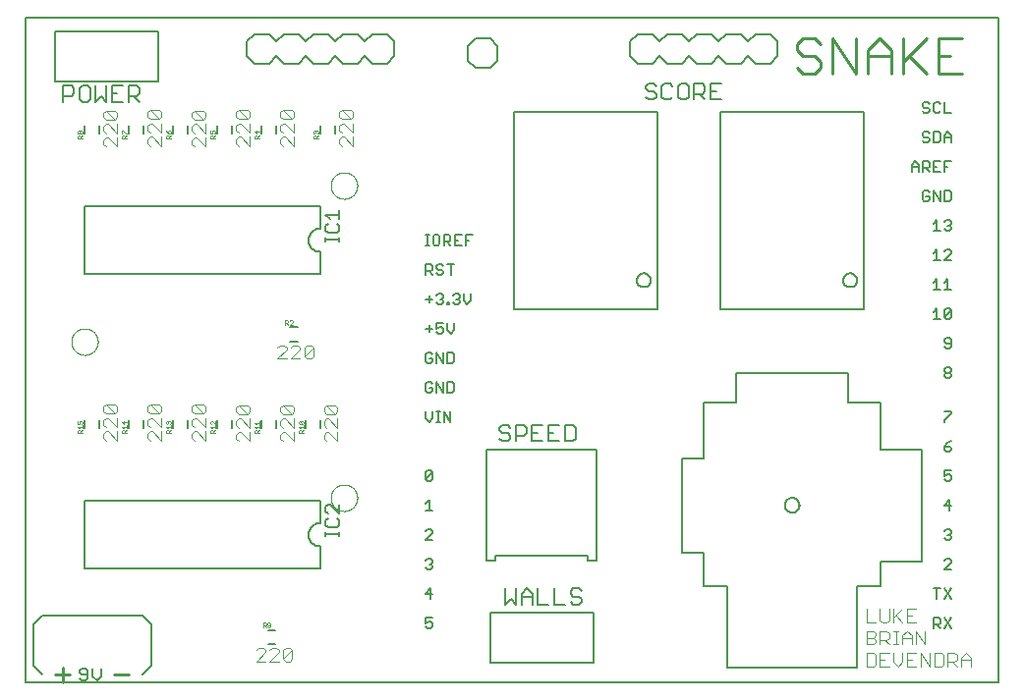
<source format=gto>
G75*
%MOIN*%
%OFA0B0*%
%FSLAX25Y25*%
%IPPOS*%
%LPD*%
%AMOC8*
5,1,8,0,0,1.08239X$1,22.5*
%
%ADD10C,0.00800*%
%ADD11C,0.00500*%
%ADD12C,0.00400*%
%ADD13C,0.01000*%
%ADD14C,0.00000*%
%ADD15C,0.00600*%
%ADD16C,0.00100*%
D10*
X0001500Y0002800D02*
X0001500Y0228300D01*
X0331500Y0228300D01*
X0331500Y0002800D01*
X0001500Y0002800D01*
X0019692Y0003901D02*
X0020393Y0003200D01*
X0021794Y0003200D01*
X0022495Y0003901D01*
X0022495Y0006703D01*
X0021794Y0007404D01*
X0020393Y0007404D01*
X0019692Y0006703D01*
X0019692Y0006002D01*
X0020393Y0005302D01*
X0022495Y0005302D01*
X0024296Y0004601D02*
X0024296Y0007404D01*
X0027098Y0007404D02*
X0027098Y0004601D01*
X0025697Y0003200D01*
X0024296Y0004601D01*
X0157740Y0044040D02*
X0157740Y0081560D01*
X0195260Y0081560D01*
X0195260Y0044040D01*
X0192248Y0044040D01*
X0192248Y0045615D01*
X0160752Y0045615D01*
X0160752Y0044040D01*
X0157740Y0044040D01*
X0159000Y0026300D02*
X0159000Y0009300D01*
X0194000Y0009300D01*
X0194000Y0026300D01*
X0159000Y0026300D01*
X0224000Y0046800D02*
X0231500Y0046800D01*
X0231500Y0035300D01*
X0239500Y0035300D01*
X0239500Y0007800D01*
X0283500Y0007800D01*
X0283500Y0035300D01*
X0291500Y0035300D01*
X0291500Y0043800D01*
X0305500Y0043800D01*
X0305500Y0081800D01*
X0291500Y0081800D01*
X0291500Y0097800D01*
X0280500Y0097800D01*
X0280500Y0107800D01*
X0242500Y0107800D01*
X0242500Y0097800D01*
X0231500Y0097800D01*
X0231500Y0078800D01*
X0224000Y0078800D01*
X0224000Y0046800D01*
X0259000Y0062800D02*
X0259002Y0062899D01*
X0259008Y0062999D01*
X0259018Y0063098D01*
X0259032Y0063196D01*
X0259049Y0063294D01*
X0259071Y0063391D01*
X0259096Y0063487D01*
X0259125Y0063582D01*
X0259158Y0063676D01*
X0259195Y0063768D01*
X0259235Y0063859D01*
X0259279Y0063948D01*
X0259327Y0064036D01*
X0259378Y0064121D01*
X0259432Y0064204D01*
X0259489Y0064286D01*
X0259550Y0064364D01*
X0259614Y0064441D01*
X0259680Y0064514D01*
X0259750Y0064585D01*
X0259822Y0064653D01*
X0259897Y0064719D01*
X0259975Y0064781D01*
X0260055Y0064840D01*
X0260137Y0064896D01*
X0260221Y0064948D01*
X0260308Y0064997D01*
X0260396Y0065043D01*
X0260486Y0065085D01*
X0260578Y0065124D01*
X0260671Y0065159D01*
X0260765Y0065190D01*
X0260861Y0065217D01*
X0260958Y0065240D01*
X0261055Y0065260D01*
X0261153Y0065276D01*
X0261252Y0065288D01*
X0261351Y0065296D01*
X0261450Y0065300D01*
X0261550Y0065300D01*
X0261649Y0065296D01*
X0261748Y0065288D01*
X0261847Y0065276D01*
X0261945Y0065260D01*
X0262042Y0065240D01*
X0262139Y0065217D01*
X0262235Y0065190D01*
X0262329Y0065159D01*
X0262422Y0065124D01*
X0262514Y0065085D01*
X0262604Y0065043D01*
X0262692Y0064997D01*
X0262779Y0064948D01*
X0262863Y0064896D01*
X0262945Y0064840D01*
X0263025Y0064781D01*
X0263103Y0064719D01*
X0263178Y0064653D01*
X0263250Y0064585D01*
X0263320Y0064514D01*
X0263386Y0064441D01*
X0263450Y0064364D01*
X0263511Y0064286D01*
X0263568Y0064204D01*
X0263622Y0064121D01*
X0263673Y0064036D01*
X0263721Y0063948D01*
X0263765Y0063859D01*
X0263805Y0063768D01*
X0263842Y0063676D01*
X0263875Y0063582D01*
X0263904Y0063487D01*
X0263929Y0063391D01*
X0263951Y0063294D01*
X0263968Y0063196D01*
X0263982Y0063098D01*
X0263992Y0062999D01*
X0263998Y0062899D01*
X0264000Y0062800D01*
X0263998Y0062701D01*
X0263992Y0062601D01*
X0263982Y0062502D01*
X0263968Y0062404D01*
X0263951Y0062306D01*
X0263929Y0062209D01*
X0263904Y0062113D01*
X0263875Y0062018D01*
X0263842Y0061924D01*
X0263805Y0061832D01*
X0263765Y0061741D01*
X0263721Y0061652D01*
X0263673Y0061564D01*
X0263622Y0061479D01*
X0263568Y0061396D01*
X0263511Y0061314D01*
X0263450Y0061236D01*
X0263386Y0061159D01*
X0263320Y0061086D01*
X0263250Y0061015D01*
X0263178Y0060947D01*
X0263103Y0060881D01*
X0263025Y0060819D01*
X0262945Y0060760D01*
X0262863Y0060704D01*
X0262779Y0060652D01*
X0262692Y0060603D01*
X0262604Y0060557D01*
X0262514Y0060515D01*
X0262422Y0060476D01*
X0262329Y0060441D01*
X0262235Y0060410D01*
X0262139Y0060383D01*
X0262042Y0060360D01*
X0261945Y0060340D01*
X0261847Y0060324D01*
X0261748Y0060312D01*
X0261649Y0060304D01*
X0261550Y0060300D01*
X0261450Y0060300D01*
X0261351Y0060304D01*
X0261252Y0060312D01*
X0261153Y0060324D01*
X0261055Y0060340D01*
X0260958Y0060360D01*
X0260861Y0060383D01*
X0260765Y0060410D01*
X0260671Y0060441D01*
X0260578Y0060476D01*
X0260486Y0060515D01*
X0260396Y0060557D01*
X0260308Y0060603D01*
X0260221Y0060652D01*
X0260137Y0060704D01*
X0260055Y0060760D01*
X0259975Y0060819D01*
X0259897Y0060881D01*
X0259822Y0060947D01*
X0259750Y0061015D01*
X0259680Y0061086D01*
X0259614Y0061159D01*
X0259550Y0061236D01*
X0259489Y0061314D01*
X0259432Y0061396D01*
X0259378Y0061479D01*
X0259327Y0061564D01*
X0259279Y0061652D01*
X0259235Y0061741D01*
X0259195Y0061832D01*
X0259158Y0061924D01*
X0259125Y0062018D01*
X0259096Y0062113D01*
X0259071Y0062209D01*
X0259049Y0062306D01*
X0259032Y0062404D01*
X0259018Y0062502D01*
X0259008Y0062601D01*
X0259002Y0062701D01*
X0259000Y0062800D01*
X0237091Y0129335D02*
X0285909Y0129335D01*
X0285909Y0196265D01*
X0237091Y0196265D01*
X0237091Y0129335D01*
X0215909Y0129335D02*
X0215909Y0196265D01*
X0167091Y0196265D01*
X0167091Y0129335D01*
X0215909Y0129335D01*
X0208823Y0139178D02*
X0208825Y0139275D01*
X0208831Y0139372D01*
X0208841Y0139468D01*
X0208855Y0139564D01*
X0208873Y0139660D01*
X0208894Y0139754D01*
X0208920Y0139848D01*
X0208949Y0139940D01*
X0208983Y0140031D01*
X0209019Y0140121D01*
X0209060Y0140209D01*
X0209104Y0140295D01*
X0209152Y0140380D01*
X0209203Y0140462D01*
X0209257Y0140543D01*
X0209315Y0140621D01*
X0209376Y0140696D01*
X0209439Y0140769D01*
X0209506Y0140840D01*
X0209576Y0140907D01*
X0209648Y0140972D01*
X0209723Y0141033D01*
X0209801Y0141092D01*
X0209880Y0141147D01*
X0209962Y0141199D01*
X0210046Y0141247D01*
X0210132Y0141292D01*
X0210220Y0141334D01*
X0210309Y0141372D01*
X0210400Y0141406D01*
X0210492Y0141436D01*
X0210585Y0141463D01*
X0210680Y0141485D01*
X0210775Y0141504D01*
X0210871Y0141519D01*
X0210967Y0141530D01*
X0211064Y0141537D01*
X0211161Y0141540D01*
X0211258Y0141539D01*
X0211355Y0141534D01*
X0211451Y0141525D01*
X0211547Y0141512D01*
X0211643Y0141495D01*
X0211738Y0141474D01*
X0211831Y0141450D01*
X0211924Y0141421D01*
X0212016Y0141389D01*
X0212106Y0141353D01*
X0212194Y0141314D01*
X0212281Y0141270D01*
X0212366Y0141224D01*
X0212449Y0141173D01*
X0212530Y0141120D01*
X0212608Y0141063D01*
X0212685Y0141003D01*
X0212758Y0140940D01*
X0212829Y0140874D01*
X0212897Y0140805D01*
X0212963Y0140733D01*
X0213025Y0140659D01*
X0213084Y0140582D01*
X0213140Y0140503D01*
X0213193Y0140421D01*
X0213243Y0140338D01*
X0213288Y0140252D01*
X0213331Y0140165D01*
X0213370Y0140076D01*
X0213405Y0139986D01*
X0213436Y0139894D01*
X0213463Y0139801D01*
X0213487Y0139707D01*
X0213507Y0139612D01*
X0213523Y0139516D01*
X0213535Y0139420D01*
X0213543Y0139323D01*
X0213547Y0139226D01*
X0213547Y0139130D01*
X0213543Y0139033D01*
X0213535Y0138936D01*
X0213523Y0138840D01*
X0213507Y0138744D01*
X0213487Y0138649D01*
X0213463Y0138555D01*
X0213436Y0138462D01*
X0213405Y0138370D01*
X0213370Y0138280D01*
X0213331Y0138191D01*
X0213288Y0138104D01*
X0213243Y0138018D01*
X0213193Y0137935D01*
X0213140Y0137853D01*
X0213084Y0137774D01*
X0213025Y0137697D01*
X0212963Y0137623D01*
X0212897Y0137551D01*
X0212829Y0137482D01*
X0212758Y0137416D01*
X0212685Y0137353D01*
X0212608Y0137293D01*
X0212530Y0137236D01*
X0212449Y0137183D01*
X0212366Y0137132D01*
X0212281Y0137086D01*
X0212194Y0137042D01*
X0212106Y0137003D01*
X0212016Y0136967D01*
X0211924Y0136935D01*
X0211831Y0136906D01*
X0211738Y0136882D01*
X0211643Y0136861D01*
X0211547Y0136844D01*
X0211451Y0136831D01*
X0211355Y0136822D01*
X0211258Y0136817D01*
X0211161Y0136816D01*
X0211064Y0136819D01*
X0210967Y0136826D01*
X0210871Y0136837D01*
X0210775Y0136852D01*
X0210680Y0136871D01*
X0210585Y0136893D01*
X0210492Y0136920D01*
X0210400Y0136950D01*
X0210309Y0136984D01*
X0210220Y0137022D01*
X0210132Y0137064D01*
X0210046Y0137109D01*
X0209962Y0137157D01*
X0209880Y0137209D01*
X0209801Y0137264D01*
X0209723Y0137323D01*
X0209648Y0137384D01*
X0209576Y0137449D01*
X0209506Y0137516D01*
X0209439Y0137587D01*
X0209376Y0137660D01*
X0209315Y0137735D01*
X0209257Y0137813D01*
X0209203Y0137894D01*
X0209152Y0137976D01*
X0209104Y0138061D01*
X0209060Y0138147D01*
X0209019Y0138235D01*
X0208983Y0138325D01*
X0208949Y0138416D01*
X0208920Y0138508D01*
X0208894Y0138602D01*
X0208873Y0138696D01*
X0208855Y0138792D01*
X0208841Y0138888D01*
X0208831Y0138984D01*
X0208825Y0139081D01*
X0208823Y0139178D01*
X0278823Y0139178D02*
X0278825Y0139275D01*
X0278831Y0139372D01*
X0278841Y0139468D01*
X0278855Y0139564D01*
X0278873Y0139660D01*
X0278894Y0139754D01*
X0278920Y0139848D01*
X0278949Y0139940D01*
X0278983Y0140031D01*
X0279019Y0140121D01*
X0279060Y0140209D01*
X0279104Y0140295D01*
X0279152Y0140380D01*
X0279203Y0140462D01*
X0279257Y0140543D01*
X0279315Y0140621D01*
X0279376Y0140696D01*
X0279439Y0140769D01*
X0279506Y0140840D01*
X0279576Y0140907D01*
X0279648Y0140972D01*
X0279723Y0141033D01*
X0279801Y0141092D01*
X0279880Y0141147D01*
X0279962Y0141199D01*
X0280046Y0141247D01*
X0280132Y0141292D01*
X0280220Y0141334D01*
X0280309Y0141372D01*
X0280400Y0141406D01*
X0280492Y0141436D01*
X0280585Y0141463D01*
X0280680Y0141485D01*
X0280775Y0141504D01*
X0280871Y0141519D01*
X0280967Y0141530D01*
X0281064Y0141537D01*
X0281161Y0141540D01*
X0281258Y0141539D01*
X0281355Y0141534D01*
X0281451Y0141525D01*
X0281547Y0141512D01*
X0281643Y0141495D01*
X0281738Y0141474D01*
X0281831Y0141450D01*
X0281924Y0141421D01*
X0282016Y0141389D01*
X0282106Y0141353D01*
X0282194Y0141314D01*
X0282281Y0141270D01*
X0282366Y0141224D01*
X0282449Y0141173D01*
X0282530Y0141120D01*
X0282608Y0141063D01*
X0282685Y0141003D01*
X0282758Y0140940D01*
X0282829Y0140874D01*
X0282897Y0140805D01*
X0282963Y0140733D01*
X0283025Y0140659D01*
X0283084Y0140582D01*
X0283140Y0140503D01*
X0283193Y0140421D01*
X0283243Y0140338D01*
X0283288Y0140252D01*
X0283331Y0140165D01*
X0283370Y0140076D01*
X0283405Y0139986D01*
X0283436Y0139894D01*
X0283463Y0139801D01*
X0283487Y0139707D01*
X0283507Y0139612D01*
X0283523Y0139516D01*
X0283535Y0139420D01*
X0283543Y0139323D01*
X0283547Y0139226D01*
X0283547Y0139130D01*
X0283543Y0139033D01*
X0283535Y0138936D01*
X0283523Y0138840D01*
X0283507Y0138744D01*
X0283487Y0138649D01*
X0283463Y0138555D01*
X0283436Y0138462D01*
X0283405Y0138370D01*
X0283370Y0138280D01*
X0283331Y0138191D01*
X0283288Y0138104D01*
X0283243Y0138018D01*
X0283193Y0137935D01*
X0283140Y0137853D01*
X0283084Y0137774D01*
X0283025Y0137697D01*
X0282963Y0137623D01*
X0282897Y0137551D01*
X0282829Y0137482D01*
X0282758Y0137416D01*
X0282685Y0137353D01*
X0282608Y0137293D01*
X0282530Y0137236D01*
X0282449Y0137183D01*
X0282366Y0137132D01*
X0282281Y0137086D01*
X0282194Y0137042D01*
X0282106Y0137003D01*
X0282016Y0136967D01*
X0281924Y0136935D01*
X0281831Y0136906D01*
X0281738Y0136882D01*
X0281643Y0136861D01*
X0281547Y0136844D01*
X0281451Y0136831D01*
X0281355Y0136822D01*
X0281258Y0136817D01*
X0281161Y0136816D01*
X0281064Y0136819D01*
X0280967Y0136826D01*
X0280871Y0136837D01*
X0280775Y0136852D01*
X0280680Y0136871D01*
X0280585Y0136893D01*
X0280492Y0136920D01*
X0280400Y0136950D01*
X0280309Y0136984D01*
X0280220Y0137022D01*
X0280132Y0137064D01*
X0280046Y0137109D01*
X0279962Y0137157D01*
X0279880Y0137209D01*
X0279801Y0137264D01*
X0279723Y0137323D01*
X0279648Y0137384D01*
X0279576Y0137449D01*
X0279506Y0137516D01*
X0279439Y0137587D01*
X0279376Y0137660D01*
X0279315Y0137735D01*
X0279257Y0137813D01*
X0279203Y0137894D01*
X0279152Y0137976D01*
X0279104Y0138061D01*
X0279060Y0138147D01*
X0279019Y0138235D01*
X0278983Y0138325D01*
X0278949Y0138416D01*
X0278920Y0138508D01*
X0278894Y0138602D01*
X0278873Y0138696D01*
X0278855Y0138792D01*
X0278841Y0138888D01*
X0278831Y0138984D01*
X0278825Y0139081D01*
X0278823Y0139178D01*
X0254000Y0212800D02*
X0249000Y0212800D01*
X0246500Y0215300D01*
X0244000Y0212800D01*
X0239000Y0212800D01*
X0236500Y0215300D01*
X0234000Y0212800D01*
X0229000Y0212800D01*
X0226500Y0215300D01*
X0224000Y0212800D01*
X0219000Y0212800D01*
X0216500Y0215300D01*
X0214000Y0212800D01*
X0209000Y0212800D01*
X0206500Y0215300D01*
X0206500Y0220300D01*
X0209000Y0222800D01*
X0214000Y0222800D01*
X0216500Y0220300D01*
X0219000Y0222800D01*
X0224000Y0222800D01*
X0226500Y0220300D01*
X0229000Y0222800D01*
X0234000Y0222800D01*
X0236500Y0220300D01*
X0239000Y0222800D01*
X0244000Y0222800D01*
X0246500Y0220300D01*
X0249000Y0222800D01*
X0254000Y0222800D01*
X0256500Y0220300D01*
X0256500Y0215300D01*
X0254000Y0212800D01*
X0161500Y0213800D02*
X0159000Y0211300D01*
X0154000Y0211300D01*
X0151500Y0213800D01*
X0151500Y0218800D01*
X0154000Y0221300D01*
X0159000Y0221300D01*
X0161500Y0218800D01*
X0161500Y0213800D01*
X0126500Y0215300D02*
X0124000Y0212800D01*
X0119000Y0212800D01*
X0116500Y0215300D01*
X0114000Y0212800D01*
X0109000Y0212800D01*
X0106500Y0215300D01*
X0104000Y0212800D01*
X0099000Y0212800D01*
X0096500Y0215300D01*
X0094000Y0212800D01*
X0089000Y0212800D01*
X0086500Y0215300D01*
X0084000Y0212800D01*
X0079000Y0212800D01*
X0076500Y0215300D01*
X0076500Y0220300D01*
X0079000Y0222800D01*
X0084000Y0222800D01*
X0086500Y0220300D01*
X0089000Y0222800D01*
X0094000Y0222800D01*
X0096500Y0220300D01*
X0099000Y0222800D01*
X0104000Y0222800D01*
X0106500Y0220300D01*
X0109000Y0222800D01*
X0114000Y0222800D01*
X0116500Y0220300D01*
X0119000Y0222800D01*
X0124000Y0222800D01*
X0126500Y0220300D01*
X0126500Y0215300D01*
X0046500Y0223800D02*
X0046500Y0206800D01*
X0011500Y0206800D01*
X0011500Y0223800D01*
X0046500Y0223800D01*
D11*
X0039101Y0205305D02*
X0036349Y0205305D01*
X0036349Y0199800D01*
X0036349Y0201635D02*
X0039101Y0201635D01*
X0040019Y0202552D01*
X0040019Y0204387D01*
X0039101Y0205305D01*
X0038184Y0201635D02*
X0040019Y0199800D01*
X0034494Y0199800D02*
X0030824Y0199800D01*
X0030824Y0205305D01*
X0034494Y0205305D01*
X0032659Y0202552D02*
X0030824Y0202552D01*
X0028969Y0199800D02*
X0028969Y0205305D01*
X0025299Y0205305D02*
X0025299Y0199800D01*
X0027134Y0201635D01*
X0028969Y0199800D01*
X0023445Y0200717D02*
X0023445Y0204387D01*
X0022527Y0205305D01*
X0020692Y0205305D01*
X0019775Y0204387D01*
X0019775Y0200717D01*
X0020692Y0199800D01*
X0022527Y0199800D01*
X0023445Y0200717D01*
X0017920Y0202552D02*
X0017002Y0201635D01*
X0014250Y0201635D01*
X0014250Y0199800D02*
X0014250Y0205305D01*
X0017002Y0205305D01*
X0017920Y0204387D01*
X0017920Y0202552D01*
X0103246Y0161447D02*
X0107750Y0161447D01*
X0107750Y0159946D02*
X0107750Y0162949D01*
X0104747Y0159946D02*
X0103246Y0161447D01*
X0103997Y0158345D02*
X0103246Y0157594D01*
X0103246Y0156093D01*
X0103997Y0155342D01*
X0106999Y0155342D01*
X0107750Y0156093D01*
X0107750Y0157594D01*
X0106999Y0158345D01*
X0107750Y0153774D02*
X0107750Y0152273D01*
X0107750Y0153023D02*
X0103246Y0153023D01*
X0103246Y0152273D02*
X0103246Y0153774D01*
X0163167Y0090055D02*
X0162250Y0089137D01*
X0162250Y0088220D01*
X0163167Y0087302D01*
X0165002Y0087302D01*
X0165920Y0086385D01*
X0165920Y0085467D01*
X0165002Y0084550D01*
X0163167Y0084550D01*
X0162250Y0085467D01*
X0163167Y0090055D02*
X0165002Y0090055D01*
X0165920Y0089137D01*
X0167775Y0090055D02*
X0170527Y0090055D01*
X0171445Y0089137D01*
X0171445Y0087302D01*
X0170527Y0086385D01*
X0167775Y0086385D01*
X0167775Y0084550D02*
X0167775Y0090055D01*
X0173299Y0090055D02*
X0173299Y0084550D01*
X0176969Y0084550D01*
X0178824Y0084550D02*
X0178824Y0090055D01*
X0182494Y0090055D01*
X0184349Y0090055D02*
X0187101Y0090055D01*
X0188019Y0089137D01*
X0188019Y0085467D01*
X0187101Y0084550D01*
X0184349Y0084550D01*
X0184349Y0090055D01*
X0180659Y0087302D02*
X0178824Y0087302D01*
X0178824Y0084550D02*
X0182494Y0084550D01*
X0176969Y0090055D02*
X0173299Y0090055D01*
X0173299Y0087302D02*
X0175134Y0087302D01*
X0175299Y0034555D02*
X0175299Y0029050D01*
X0178969Y0029050D01*
X0180824Y0029050D02*
X0184494Y0029050D01*
X0186349Y0029967D02*
X0187266Y0029050D01*
X0189101Y0029050D01*
X0190019Y0029967D01*
X0190019Y0030885D01*
X0189101Y0031802D01*
X0187266Y0031802D01*
X0186349Y0032720D01*
X0186349Y0033637D01*
X0187266Y0034555D01*
X0189101Y0034555D01*
X0190019Y0033637D01*
X0180824Y0034555D02*
X0180824Y0029050D01*
X0173445Y0029050D02*
X0173445Y0032720D01*
X0171610Y0034555D01*
X0169775Y0032720D01*
X0169775Y0029050D01*
X0167920Y0029050D02*
X0166085Y0030885D01*
X0164250Y0029050D01*
X0164250Y0034555D01*
X0167920Y0034555D02*
X0167920Y0029050D01*
X0169775Y0031802D02*
X0173445Y0031802D01*
X0107750Y0052273D02*
X0107750Y0053774D01*
X0107750Y0053023D02*
X0103246Y0053023D01*
X0103246Y0052273D02*
X0103246Y0053774D01*
X0103997Y0055342D02*
X0106999Y0055342D01*
X0107750Y0056093D01*
X0107750Y0057594D01*
X0106999Y0058345D01*
X0107750Y0059946D02*
X0104747Y0062949D01*
X0103997Y0062949D01*
X0103246Y0062198D01*
X0103246Y0060697D01*
X0103997Y0059946D01*
X0103997Y0058345D02*
X0103246Y0057594D01*
X0103246Y0056093D01*
X0103997Y0055342D01*
X0107750Y0059946D02*
X0107750Y0062949D01*
X0212667Y0200550D02*
X0211750Y0201467D01*
X0212667Y0200550D02*
X0214502Y0200550D01*
X0215420Y0201467D01*
X0215420Y0202385D01*
X0214502Y0203302D01*
X0212667Y0203302D01*
X0211750Y0204220D01*
X0211750Y0205137D01*
X0212667Y0206055D01*
X0214502Y0206055D01*
X0215420Y0205137D01*
X0217275Y0205137D02*
X0217275Y0201467D01*
X0218192Y0200550D01*
X0220027Y0200550D01*
X0220945Y0201467D01*
X0222799Y0201467D02*
X0223717Y0200550D01*
X0225552Y0200550D01*
X0226469Y0201467D01*
X0226469Y0205137D01*
X0225552Y0206055D01*
X0223717Y0206055D01*
X0222799Y0205137D01*
X0222799Y0201467D01*
X0220945Y0205137D02*
X0220027Y0206055D01*
X0218192Y0206055D01*
X0217275Y0205137D01*
X0228324Y0206055D02*
X0228324Y0200550D01*
X0228324Y0202385D02*
X0231077Y0202385D01*
X0231994Y0203302D01*
X0231994Y0205137D01*
X0231077Y0206055D01*
X0228324Y0206055D01*
X0230159Y0202385D02*
X0231994Y0200550D01*
X0233849Y0200550D02*
X0237519Y0200550D01*
X0235684Y0203302D02*
X0233849Y0203302D01*
X0233849Y0200550D02*
X0233849Y0206055D01*
X0237519Y0206055D01*
D12*
X0112550Y0196260D02*
X0112550Y0194725D01*
X0111783Y0193958D01*
X0108713Y0197027D01*
X0111783Y0197027D01*
X0112550Y0196260D01*
X0111783Y0193958D02*
X0108713Y0193958D01*
X0107946Y0194725D01*
X0107946Y0196260D01*
X0108713Y0197027D01*
X0108713Y0192423D02*
X0107946Y0191656D01*
X0107946Y0190121D01*
X0108713Y0189354D01*
X0108713Y0187819D02*
X0107946Y0187052D01*
X0107946Y0185517D01*
X0108713Y0184750D01*
X0108713Y0187819D02*
X0109481Y0187819D01*
X0112550Y0184750D01*
X0112550Y0187819D01*
X0112550Y0189354D02*
X0109481Y0192423D01*
X0108713Y0192423D01*
X0112550Y0192423D02*
X0112550Y0189354D01*
X0092550Y0189354D02*
X0089481Y0192423D01*
X0088713Y0192423D01*
X0087946Y0191656D01*
X0087946Y0190121D01*
X0088713Y0189354D01*
X0088713Y0187819D02*
X0087946Y0187052D01*
X0087946Y0185517D01*
X0088713Y0184750D01*
X0088713Y0187819D02*
X0089481Y0187819D01*
X0092550Y0184750D01*
X0092550Y0187819D01*
X0092550Y0189354D02*
X0092550Y0192423D01*
X0091783Y0193958D02*
X0088713Y0197027D01*
X0091783Y0197027D01*
X0092550Y0196260D01*
X0092550Y0194725D01*
X0091783Y0193958D01*
X0088713Y0193958D01*
X0087946Y0194725D01*
X0087946Y0196260D01*
X0088713Y0197027D01*
X0077550Y0196260D02*
X0077550Y0194725D01*
X0076783Y0193958D01*
X0073713Y0197027D01*
X0076783Y0197027D01*
X0077550Y0196260D01*
X0076783Y0193958D02*
X0073713Y0193958D01*
X0072946Y0194725D01*
X0072946Y0196260D01*
X0073713Y0197027D01*
X0073713Y0192423D02*
X0072946Y0191656D01*
X0072946Y0190121D01*
X0073713Y0189354D01*
X0073713Y0187819D02*
X0072946Y0187052D01*
X0072946Y0185517D01*
X0073713Y0184750D01*
X0073713Y0187819D02*
X0074481Y0187819D01*
X0077550Y0184750D01*
X0077550Y0187819D01*
X0077550Y0189354D02*
X0074481Y0192423D01*
X0073713Y0192423D01*
X0077550Y0192423D02*
X0077550Y0189354D01*
X0062550Y0189104D02*
X0059481Y0192173D01*
X0058713Y0192173D01*
X0057946Y0191406D01*
X0057946Y0189871D01*
X0058713Y0189104D01*
X0058713Y0187569D02*
X0057946Y0186802D01*
X0057946Y0185267D01*
X0058713Y0184500D01*
X0058713Y0187569D02*
X0059481Y0187569D01*
X0062550Y0184500D01*
X0062550Y0187569D01*
X0062550Y0189104D02*
X0062550Y0192173D01*
X0061783Y0193708D02*
X0058713Y0193708D01*
X0057946Y0194475D01*
X0057946Y0196010D01*
X0058713Y0196777D01*
X0061783Y0193708D01*
X0062550Y0194475D01*
X0062550Y0196010D01*
X0061783Y0196777D01*
X0058713Y0196777D01*
X0047550Y0196260D02*
X0047550Y0194725D01*
X0046783Y0193958D01*
X0043713Y0197027D01*
X0046783Y0197027D01*
X0047550Y0196260D01*
X0046783Y0193958D02*
X0043713Y0193958D01*
X0042946Y0194725D01*
X0042946Y0196260D01*
X0043713Y0197027D01*
X0043713Y0192423D02*
X0042946Y0191656D01*
X0042946Y0190121D01*
X0043713Y0189354D01*
X0043713Y0187819D02*
X0042946Y0187052D01*
X0042946Y0185517D01*
X0043713Y0184750D01*
X0043713Y0187819D02*
X0044481Y0187819D01*
X0047550Y0184750D01*
X0047550Y0187819D01*
X0047550Y0189354D02*
X0044481Y0192423D01*
X0043713Y0192423D01*
X0047550Y0192423D02*
X0047550Y0189354D01*
X0032550Y0189104D02*
X0029481Y0192173D01*
X0028713Y0192173D01*
X0027946Y0191406D01*
X0027946Y0189871D01*
X0028713Y0189104D01*
X0028713Y0187569D02*
X0027946Y0186802D01*
X0027946Y0185267D01*
X0028713Y0184500D01*
X0028713Y0187569D02*
X0029481Y0187569D01*
X0032550Y0184500D01*
X0032550Y0187569D01*
X0032550Y0189104D02*
X0032550Y0192173D01*
X0031783Y0193708D02*
X0028713Y0193708D01*
X0027946Y0194475D01*
X0027946Y0196010D01*
X0028713Y0196777D01*
X0031783Y0193708D01*
X0032550Y0194475D01*
X0032550Y0196010D01*
X0031783Y0196777D01*
X0028713Y0196777D01*
X0087717Y0117104D02*
X0086950Y0116337D01*
X0087717Y0117104D02*
X0089252Y0117104D01*
X0090019Y0116337D01*
X0090019Y0115569D01*
X0086950Y0112500D01*
X0090019Y0112500D01*
X0091554Y0112500D02*
X0094623Y0115569D01*
X0094623Y0116337D01*
X0093856Y0117104D01*
X0092321Y0117104D01*
X0091554Y0116337D01*
X0091554Y0112500D02*
X0094623Y0112500D01*
X0096158Y0113267D02*
X0099227Y0116337D01*
X0099227Y0113267D01*
X0098460Y0112500D01*
X0096925Y0112500D01*
X0096158Y0113267D01*
X0096158Y0116337D01*
X0096925Y0117104D01*
X0098460Y0117104D01*
X0099227Y0116337D01*
X0103463Y0096777D02*
X0106533Y0093708D01*
X0107300Y0094475D01*
X0107300Y0096010D01*
X0106533Y0096777D01*
X0103463Y0096777D01*
X0102696Y0096010D01*
X0102696Y0094475D01*
X0103463Y0093708D01*
X0106533Y0093708D01*
X0107300Y0092173D02*
X0107300Y0089104D01*
X0104231Y0092173D01*
X0103463Y0092173D01*
X0102696Y0091406D01*
X0102696Y0089871D01*
X0103463Y0089104D01*
X0103463Y0087569D02*
X0102696Y0086802D01*
X0102696Y0085267D01*
X0103463Y0084500D01*
X0103463Y0087569D02*
X0104231Y0087569D01*
X0107300Y0084500D01*
X0107300Y0087569D01*
X0092550Y0087569D02*
X0092550Y0084500D01*
X0089481Y0087569D01*
X0088713Y0087569D01*
X0087946Y0086802D01*
X0087946Y0085267D01*
X0088713Y0084500D01*
X0088713Y0089104D02*
X0087946Y0089871D01*
X0087946Y0091406D01*
X0088713Y0092173D01*
X0089481Y0092173D01*
X0092550Y0089104D01*
X0092550Y0092173D01*
X0091783Y0093708D02*
X0088713Y0093708D01*
X0087946Y0094475D01*
X0087946Y0096010D01*
X0088713Y0096777D01*
X0091783Y0093708D01*
X0092550Y0094475D01*
X0092550Y0096010D01*
X0091783Y0096777D01*
X0088713Y0096777D01*
X0077550Y0096010D02*
X0077550Y0094475D01*
X0076783Y0093708D01*
X0073713Y0096777D01*
X0076783Y0096777D01*
X0077550Y0096010D01*
X0076783Y0093708D02*
X0073713Y0093708D01*
X0072946Y0094475D01*
X0072946Y0096010D01*
X0073713Y0096777D01*
X0073713Y0092173D02*
X0072946Y0091406D01*
X0072946Y0089871D01*
X0073713Y0089104D01*
X0073713Y0087569D02*
X0072946Y0086802D01*
X0072946Y0085267D01*
X0073713Y0084500D01*
X0073713Y0087569D02*
X0074481Y0087569D01*
X0077550Y0084500D01*
X0077550Y0087569D01*
X0077550Y0089104D02*
X0074481Y0092173D01*
X0073713Y0092173D01*
X0077550Y0092173D02*
X0077550Y0089104D01*
X0062550Y0089354D02*
X0059481Y0092423D01*
X0058713Y0092423D01*
X0057946Y0091656D01*
X0057946Y0090121D01*
X0058713Y0089354D01*
X0058713Y0087819D02*
X0057946Y0087052D01*
X0057946Y0085517D01*
X0058713Y0084750D01*
X0058713Y0087819D02*
X0059481Y0087819D01*
X0062550Y0084750D01*
X0062550Y0087819D01*
X0062550Y0089354D02*
X0062550Y0092423D01*
X0061783Y0093958D02*
X0058713Y0093958D01*
X0057946Y0094725D01*
X0057946Y0096260D01*
X0058713Y0097027D01*
X0061783Y0093958D01*
X0062550Y0094725D01*
X0062550Y0096260D01*
X0061783Y0097027D01*
X0058713Y0097027D01*
X0047550Y0096260D02*
X0047550Y0094725D01*
X0046783Y0093958D01*
X0043713Y0097027D01*
X0046783Y0097027D01*
X0047550Y0096260D01*
X0046783Y0093958D02*
X0043713Y0093958D01*
X0042946Y0094725D01*
X0042946Y0096260D01*
X0043713Y0097027D01*
X0043713Y0092423D02*
X0042946Y0091656D01*
X0042946Y0090121D01*
X0043713Y0089354D01*
X0043713Y0087819D02*
X0042946Y0087052D01*
X0042946Y0085517D01*
X0043713Y0084750D01*
X0043713Y0087819D02*
X0044481Y0087819D01*
X0047550Y0084750D01*
X0047550Y0087819D01*
X0047550Y0089354D02*
X0044481Y0092423D01*
X0043713Y0092423D01*
X0047550Y0092423D02*
X0047550Y0089354D01*
X0032550Y0089354D02*
X0029481Y0092423D01*
X0028713Y0092423D01*
X0027946Y0091656D01*
X0027946Y0090121D01*
X0028713Y0089354D01*
X0028713Y0087819D02*
X0027946Y0087052D01*
X0027946Y0085517D01*
X0028713Y0084750D01*
X0028713Y0087819D02*
X0029481Y0087819D01*
X0032550Y0084750D01*
X0032550Y0087819D01*
X0032550Y0089354D02*
X0032550Y0092423D01*
X0031783Y0093958D02*
X0028713Y0093958D01*
X0027946Y0094725D01*
X0027946Y0096260D01*
X0028713Y0097027D01*
X0031783Y0093958D01*
X0032550Y0094725D01*
X0032550Y0096260D01*
X0031783Y0097027D01*
X0028713Y0097027D01*
X0080467Y0014354D02*
X0079700Y0013587D01*
X0080467Y0014354D02*
X0082002Y0014354D01*
X0082769Y0013587D01*
X0082769Y0012819D01*
X0079700Y0009750D01*
X0082769Y0009750D01*
X0084304Y0009750D02*
X0087373Y0012819D01*
X0087373Y0013587D01*
X0086606Y0014354D01*
X0085071Y0014354D01*
X0084304Y0013587D01*
X0084304Y0009750D02*
X0087373Y0009750D01*
X0088908Y0010517D02*
X0088908Y0013587D01*
X0089675Y0014354D01*
X0091210Y0014354D01*
X0091977Y0013587D01*
X0088908Y0010517D01*
X0089675Y0009750D01*
X0091210Y0009750D01*
X0091977Y0010517D01*
X0091977Y0013587D01*
X0286700Y0012604D02*
X0286700Y0008000D01*
X0289002Y0008000D01*
X0289769Y0008767D01*
X0289769Y0011837D01*
X0289002Y0012604D01*
X0286700Y0012604D01*
X0286700Y0015500D02*
X0289002Y0015500D01*
X0289769Y0016267D01*
X0289769Y0017035D01*
X0289002Y0017802D01*
X0286700Y0017802D01*
X0286700Y0015500D02*
X0286700Y0020104D01*
X0289002Y0020104D01*
X0289769Y0019337D01*
X0289769Y0018569D01*
X0289002Y0017802D01*
X0291304Y0017035D02*
X0293606Y0017035D01*
X0294373Y0017802D01*
X0294373Y0019337D01*
X0293606Y0020104D01*
X0291304Y0020104D01*
X0291304Y0015500D01*
X0292839Y0017035D02*
X0294373Y0015500D01*
X0295908Y0015500D02*
X0297442Y0015500D01*
X0296675Y0015500D02*
X0296675Y0020104D01*
X0295908Y0020104D02*
X0297442Y0020104D01*
X0298977Y0018569D02*
X0300512Y0020104D01*
X0302046Y0018569D01*
X0302046Y0015500D01*
X0303581Y0015500D02*
X0303581Y0020104D01*
X0306650Y0015500D01*
X0306650Y0020104D01*
X0303581Y0023000D02*
X0300512Y0023000D01*
X0300512Y0027604D01*
X0303581Y0027604D01*
X0302046Y0025302D02*
X0300512Y0025302D01*
X0298977Y0027604D02*
X0295908Y0024535D01*
X0296675Y0025302D02*
X0298977Y0023000D01*
X0295908Y0023000D02*
X0295908Y0027604D01*
X0294373Y0027604D02*
X0294373Y0023767D01*
X0293606Y0023000D01*
X0292071Y0023000D01*
X0291304Y0023767D01*
X0291304Y0027604D01*
X0286700Y0027604D02*
X0286700Y0023000D01*
X0289769Y0023000D01*
X0298977Y0018569D02*
X0298977Y0015500D01*
X0298977Y0017802D02*
X0302046Y0017802D01*
X0300512Y0012604D02*
X0300512Y0008000D01*
X0303581Y0008000D01*
X0305116Y0008000D02*
X0305116Y0012604D01*
X0308185Y0008000D01*
X0308185Y0012604D01*
X0309720Y0012604D02*
X0312022Y0012604D01*
X0312789Y0011837D01*
X0312789Y0008767D01*
X0312022Y0008000D01*
X0309720Y0008000D01*
X0309720Y0012604D01*
X0314324Y0012604D02*
X0316626Y0012604D01*
X0317393Y0011837D01*
X0317393Y0010302D01*
X0316626Y0009535D01*
X0314324Y0009535D01*
X0315858Y0009535D02*
X0317393Y0008000D01*
X0318927Y0008000D02*
X0318927Y0011069D01*
X0320462Y0012604D01*
X0321997Y0011069D01*
X0321997Y0008000D01*
X0321997Y0010302D02*
X0318927Y0010302D01*
X0314324Y0008000D02*
X0314324Y0012604D01*
X0303581Y0012604D02*
X0300512Y0012604D01*
X0298977Y0012604D02*
X0298977Y0009535D01*
X0297442Y0008000D01*
X0295908Y0009535D01*
X0295908Y0012604D01*
X0294373Y0012604D02*
X0291304Y0012604D01*
X0291304Y0008000D01*
X0294373Y0008000D01*
X0292839Y0010302D02*
X0291304Y0010302D01*
X0300512Y0010302D02*
X0302046Y0010302D01*
D13*
X0299161Y0209300D02*
X0299161Y0221310D01*
X0295197Y0217307D02*
X0295197Y0209300D01*
X0299161Y0213303D02*
X0307168Y0221310D01*
X0311131Y0221310D02*
X0311131Y0209300D01*
X0319138Y0209300D01*
X0315134Y0215305D02*
X0311131Y0215305D01*
X0311131Y0221310D02*
X0319138Y0221310D01*
X0307168Y0209300D02*
X0301162Y0215305D01*
X0295197Y0215305D02*
X0287190Y0215305D01*
X0287190Y0217307D02*
X0291194Y0221310D01*
X0295197Y0217307D01*
X0287190Y0217307D02*
X0287190Y0209300D01*
X0283227Y0209300D02*
X0283227Y0221310D01*
X0275220Y0221310D02*
X0283227Y0209300D01*
X0275220Y0209300D02*
X0275220Y0221310D01*
X0271257Y0219309D02*
X0269255Y0221310D01*
X0265252Y0221310D01*
X0263250Y0219309D01*
X0263250Y0217307D01*
X0265252Y0215305D01*
X0269255Y0215305D01*
X0271257Y0213303D01*
X0271257Y0211302D01*
X0269255Y0209300D01*
X0265252Y0209300D01*
X0263250Y0211302D01*
X0036500Y0005300D02*
X0031500Y0005300D01*
X0016500Y0005300D02*
X0011500Y0005300D01*
X0014000Y0007800D02*
X0014000Y0002800D01*
D14*
X0105000Y0065300D02*
X0105002Y0065434D01*
X0105008Y0065568D01*
X0105018Y0065701D01*
X0105032Y0065835D01*
X0105050Y0065968D01*
X0105072Y0066100D01*
X0105097Y0066231D01*
X0105127Y0066362D01*
X0105161Y0066492D01*
X0105198Y0066620D01*
X0105239Y0066748D01*
X0105284Y0066874D01*
X0105333Y0066999D01*
X0105385Y0067122D01*
X0105441Y0067244D01*
X0105501Y0067364D01*
X0105564Y0067482D01*
X0105631Y0067598D01*
X0105701Y0067712D01*
X0105775Y0067824D01*
X0105852Y0067934D01*
X0105932Y0068042D01*
X0106015Y0068147D01*
X0106101Y0068249D01*
X0106190Y0068349D01*
X0106283Y0068446D01*
X0106378Y0068541D01*
X0106476Y0068632D01*
X0106576Y0068721D01*
X0106679Y0068806D01*
X0106785Y0068889D01*
X0106893Y0068968D01*
X0107003Y0069044D01*
X0107116Y0069117D01*
X0107231Y0069186D01*
X0107347Y0069252D01*
X0107466Y0069314D01*
X0107586Y0069373D01*
X0107709Y0069428D01*
X0107832Y0069480D01*
X0107957Y0069527D01*
X0108084Y0069571D01*
X0108212Y0069612D01*
X0108341Y0069648D01*
X0108471Y0069681D01*
X0108602Y0069709D01*
X0108733Y0069734D01*
X0108866Y0069755D01*
X0108999Y0069772D01*
X0109132Y0069785D01*
X0109266Y0069794D01*
X0109400Y0069799D01*
X0109534Y0069800D01*
X0109667Y0069797D01*
X0109801Y0069790D01*
X0109935Y0069779D01*
X0110068Y0069764D01*
X0110201Y0069745D01*
X0110333Y0069722D01*
X0110464Y0069696D01*
X0110594Y0069665D01*
X0110724Y0069630D01*
X0110852Y0069592D01*
X0110979Y0069550D01*
X0111105Y0069504D01*
X0111230Y0069454D01*
X0111353Y0069401D01*
X0111474Y0069344D01*
X0111594Y0069283D01*
X0111711Y0069219D01*
X0111827Y0069152D01*
X0111941Y0069081D01*
X0112052Y0069006D01*
X0112161Y0068929D01*
X0112268Y0068848D01*
X0112373Y0068764D01*
X0112474Y0068677D01*
X0112574Y0068587D01*
X0112670Y0068494D01*
X0112764Y0068398D01*
X0112855Y0068299D01*
X0112942Y0068198D01*
X0113027Y0068094D01*
X0113109Y0067988D01*
X0113187Y0067880D01*
X0113262Y0067769D01*
X0113334Y0067656D01*
X0113403Y0067540D01*
X0113468Y0067423D01*
X0113529Y0067304D01*
X0113587Y0067183D01*
X0113641Y0067061D01*
X0113692Y0066937D01*
X0113739Y0066811D01*
X0113782Y0066684D01*
X0113821Y0066556D01*
X0113857Y0066427D01*
X0113888Y0066297D01*
X0113916Y0066166D01*
X0113940Y0066034D01*
X0113960Y0065901D01*
X0113976Y0065768D01*
X0113988Y0065635D01*
X0113996Y0065501D01*
X0114000Y0065367D01*
X0114000Y0065233D01*
X0113996Y0065099D01*
X0113988Y0064965D01*
X0113976Y0064832D01*
X0113960Y0064699D01*
X0113940Y0064566D01*
X0113916Y0064434D01*
X0113888Y0064303D01*
X0113857Y0064173D01*
X0113821Y0064044D01*
X0113782Y0063916D01*
X0113739Y0063789D01*
X0113692Y0063663D01*
X0113641Y0063539D01*
X0113587Y0063417D01*
X0113529Y0063296D01*
X0113468Y0063177D01*
X0113403Y0063060D01*
X0113334Y0062944D01*
X0113262Y0062831D01*
X0113187Y0062720D01*
X0113109Y0062612D01*
X0113027Y0062506D01*
X0112942Y0062402D01*
X0112855Y0062301D01*
X0112764Y0062202D01*
X0112670Y0062106D01*
X0112574Y0062013D01*
X0112474Y0061923D01*
X0112373Y0061836D01*
X0112268Y0061752D01*
X0112161Y0061671D01*
X0112052Y0061594D01*
X0111941Y0061519D01*
X0111827Y0061448D01*
X0111711Y0061381D01*
X0111594Y0061317D01*
X0111474Y0061256D01*
X0111353Y0061199D01*
X0111230Y0061146D01*
X0111105Y0061096D01*
X0110979Y0061050D01*
X0110852Y0061008D01*
X0110724Y0060970D01*
X0110594Y0060935D01*
X0110464Y0060904D01*
X0110333Y0060878D01*
X0110201Y0060855D01*
X0110068Y0060836D01*
X0109935Y0060821D01*
X0109801Y0060810D01*
X0109667Y0060803D01*
X0109534Y0060800D01*
X0109400Y0060801D01*
X0109266Y0060806D01*
X0109132Y0060815D01*
X0108999Y0060828D01*
X0108866Y0060845D01*
X0108733Y0060866D01*
X0108602Y0060891D01*
X0108471Y0060919D01*
X0108341Y0060952D01*
X0108212Y0060988D01*
X0108084Y0061029D01*
X0107957Y0061073D01*
X0107832Y0061120D01*
X0107709Y0061172D01*
X0107586Y0061227D01*
X0107466Y0061286D01*
X0107347Y0061348D01*
X0107231Y0061414D01*
X0107116Y0061483D01*
X0107003Y0061556D01*
X0106893Y0061632D01*
X0106785Y0061711D01*
X0106679Y0061794D01*
X0106576Y0061879D01*
X0106476Y0061968D01*
X0106378Y0062059D01*
X0106283Y0062154D01*
X0106190Y0062251D01*
X0106101Y0062351D01*
X0106015Y0062453D01*
X0105932Y0062558D01*
X0105852Y0062666D01*
X0105775Y0062776D01*
X0105701Y0062888D01*
X0105631Y0063002D01*
X0105564Y0063118D01*
X0105501Y0063236D01*
X0105441Y0063356D01*
X0105385Y0063478D01*
X0105333Y0063601D01*
X0105284Y0063726D01*
X0105239Y0063852D01*
X0105198Y0063980D01*
X0105161Y0064108D01*
X0105127Y0064238D01*
X0105097Y0064369D01*
X0105072Y0064500D01*
X0105050Y0064632D01*
X0105032Y0064765D01*
X0105018Y0064899D01*
X0105008Y0065032D01*
X0105002Y0065166D01*
X0105000Y0065300D01*
X0017000Y0118300D02*
X0017002Y0118434D01*
X0017008Y0118568D01*
X0017018Y0118701D01*
X0017032Y0118835D01*
X0017050Y0118968D01*
X0017072Y0119100D01*
X0017097Y0119231D01*
X0017127Y0119362D01*
X0017161Y0119492D01*
X0017198Y0119620D01*
X0017239Y0119748D01*
X0017284Y0119874D01*
X0017333Y0119999D01*
X0017385Y0120122D01*
X0017441Y0120244D01*
X0017501Y0120364D01*
X0017564Y0120482D01*
X0017631Y0120598D01*
X0017701Y0120712D01*
X0017775Y0120824D01*
X0017852Y0120934D01*
X0017932Y0121042D01*
X0018015Y0121147D01*
X0018101Y0121249D01*
X0018190Y0121349D01*
X0018283Y0121446D01*
X0018378Y0121541D01*
X0018476Y0121632D01*
X0018576Y0121721D01*
X0018679Y0121806D01*
X0018785Y0121889D01*
X0018893Y0121968D01*
X0019003Y0122044D01*
X0019116Y0122117D01*
X0019231Y0122186D01*
X0019347Y0122252D01*
X0019466Y0122314D01*
X0019586Y0122373D01*
X0019709Y0122428D01*
X0019832Y0122480D01*
X0019957Y0122527D01*
X0020084Y0122571D01*
X0020212Y0122612D01*
X0020341Y0122648D01*
X0020471Y0122681D01*
X0020602Y0122709D01*
X0020733Y0122734D01*
X0020866Y0122755D01*
X0020999Y0122772D01*
X0021132Y0122785D01*
X0021266Y0122794D01*
X0021400Y0122799D01*
X0021534Y0122800D01*
X0021667Y0122797D01*
X0021801Y0122790D01*
X0021935Y0122779D01*
X0022068Y0122764D01*
X0022201Y0122745D01*
X0022333Y0122722D01*
X0022464Y0122696D01*
X0022594Y0122665D01*
X0022724Y0122630D01*
X0022852Y0122592D01*
X0022979Y0122550D01*
X0023105Y0122504D01*
X0023230Y0122454D01*
X0023353Y0122401D01*
X0023474Y0122344D01*
X0023594Y0122283D01*
X0023711Y0122219D01*
X0023827Y0122152D01*
X0023941Y0122081D01*
X0024052Y0122006D01*
X0024161Y0121929D01*
X0024268Y0121848D01*
X0024373Y0121764D01*
X0024474Y0121677D01*
X0024574Y0121587D01*
X0024670Y0121494D01*
X0024764Y0121398D01*
X0024855Y0121299D01*
X0024942Y0121198D01*
X0025027Y0121094D01*
X0025109Y0120988D01*
X0025187Y0120880D01*
X0025262Y0120769D01*
X0025334Y0120656D01*
X0025403Y0120540D01*
X0025468Y0120423D01*
X0025529Y0120304D01*
X0025587Y0120183D01*
X0025641Y0120061D01*
X0025692Y0119937D01*
X0025739Y0119811D01*
X0025782Y0119684D01*
X0025821Y0119556D01*
X0025857Y0119427D01*
X0025888Y0119297D01*
X0025916Y0119166D01*
X0025940Y0119034D01*
X0025960Y0118901D01*
X0025976Y0118768D01*
X0025988Y0118635D01*
X0025996Y0118501D01*
X0026000Y0118367D01*
X0026000Y0118233D01*
X0025996Y0118099D01*
X0025988Y0117965D01*
X0025976Y0117832D01*
X0025960Y0117699D01*
X0025940Y0117566D01*
X0025916Y0117434D01*
X0025888Y0117303D01*
X0025857Y0117173D01*
X0025821Y0117044D01*
X0025782Y0116916D01*
X0025739Y0116789D01*
X0025692Y0116663D01*
X0025641Y0116539D01*
X0025587Y0116417D01*
X0025529Y0116296D01*
X0025468Y0116177D01*
X0025403Y0116060D01*
X0025334Y0115944D01*
X0025262Y0115831D01*
X0025187Y0115720D01*
X0025109Y0115612D01*
X0025027Y0115506D01*
X0024942Y0115402D01*
X0024855Y0115301D01*
X0024764Y0115202D01*
X0024670Y0115106D01*
X0024574Y0115013D01*
X0024474Y0114923D01*
X0024373Y0114836D01*
X0024268Y0114752D01*
X0024161Y0114671D01*
X0024052Y0114594D01*
X0023941Y0114519D01*
X0023827Y0114448D01*
X0023711Y0114381D01*
X0023594Y0114317D01*
X0023474Y0114256D01*
X0023353Y0114199D01*
X0023230Y0114146D01*
X0023105Y0114096D01*
X0022979Y0114050D01*
X0022852Y0114008D01*
X0022724Y0113970D01*
X0022594Y0113935D01*
X0022464Y0113904D01*
X0022333Y0113878D01*
X0022201Y0113855D01*
X0022068Y0113836D01*
X0021935Y0113821D01*
X0021801Y0113810D01*
X0021667Y0113803D01*
X0021534Y0113800D01*
X0021400Y0113801D01*
X0021266Y0113806D01*
X0021132Y0113815D01*
X0020999Y0113828D01*
X0020866Y0113845D01*
X0020733Y0113866D01*
X0020602Y0113891D01*
X0020471Y0113919D01*
X0020341Y0113952D01*
X0020212Y0113988D01*
X0020084Y0114029D01*
X0019957Y0114073D01*
X0019832Y0114120D01*
X0019709Y0114172D01*
X0019586Y0114227D01*
X0019466Y0114286D01*
X0019347Y0114348D01*
X0019231Y0114414D01*
X0019116Y0114483D01*
X0019003Y0114556D01*
X0018893Y0114632D01*
X0018785Y0114711D01*
X0018679Y0114794D01*
X0018576Y0114879D01*
X0018476Y0114968D01*
X0018378Y0115059D01*
X0018283Y0115154D01*
X0018190Y0115251D01*
X0018101Y0115351D01*
X0018015Y0115453D01*
X0017932Y0115558D01*
X0017852Y0115666D01*
X0017775Y0115776D01*
X0017701Y0115888D01*
X0017631Y0116002D01*
X0017564Y0116118D01*
X0017501Y0116236D01*
X0017441Y0116356D01*
X0017385Y0116478D01*
X0017333Y0116601D01*
X0017284Y0116726D01*
X0017239Y0116852D01*
X0017198Y0116980D01*
X0017161Y0117108D01*
X0017127Y0117238D01*
X0017097Y0117369D01*
X0017072Y0117500D01*
X0017050Y0117632D01*
X0017032Y0117765D01*
X0017018Y0117899D01*
X0017008Y0118032D01*
X0017002Y0118166D01*
X0017000Y0118300D01*
X0105000Y0171300D02*
X0105002Y0171434D01*
X0105008Y0171568D01*
X0105018Y0171701D01*
X0105032Y0171835D01*
X0105050Y0171968D01*
X0105072Y0172100D01*
X0105097Y0172231D01*
X0105127Y0172362D01*
X0105161Y0172492D01*
X0105198Y0172620D01*
X0105239Y0172748D01*
X0105284Y0172874D01*
X0105333Y0172999D01*
X0105385Y0173122D01*
X0105441Y0173244D01*
X0105501Y0173364D01*
X0105564Y0173482D01*
X0105631Y0173598D01*
X0105701Y0173712D01*
X0105775Y0173824D01*
X0105852Y0173934D01*
X0105932Y0174042D01*
X0106015Y0174147D01*
X0106101Y0174249D01*
X0106190Y0174349D01*
X0106283Y0174446D01*
X0106378Y0174541D01*
X0106476Y0174632D01*
X0106576Y0174721D01*
X0106679Y0174806D01*
X0106785Y0174889D01*
X0106893Y0174968D01*
X0107003Y0175044D01*
X0107116Y0175117D01*
X0107231Y0175186D01*
X0107347Y0175252D01*
X0107466Y0175314D01*
X0107586Y0175373D01*
X0107709Y0175428D01*
X0107832Y0175480D01*
X0107957Y0175527D01*
X0108084Y0175571D01*
X0108212Y0175612D01*
X0108341Y0175648D01*
X0108471Y0175681D01*
X0108602Y0175709D01*
X0108733Y0175734D01*
X0108866Y0175755D01*
X0108999Y0175772D01*
X0109132Y0175785D01*
X0109266Y0175794D01*
X0109400Y0175799D01*
X0109534Y0175800D01*
X0109667Y0175797D01*
X0109801Y0175790D01*
X0109935Y0175779D01*
X0110068Y0175764D01*
X0110201Y0175745D01*
X0110333Y0175722D01*
X0110464Y0175696D01*
X0110594Y0175665D01*
X0110724Y0175630D01*
X0110852Y0175592D01*
X0110979Y0175550D01*
X0111105Y0175504D01*
X0111230Y0175454D01*
X0111353Y0175401D01*
X0111474Y0175344D01*
X0111594Y0175283D01*
X0111711Y0175219D01*
X0111827Y0175152D01*
X0111941Y0175081D01*
X0112052Y0175006D01*
X0112161Y0174929D01*
X0112268Y0174848D01*
X0112373Y0174764D01*
X0112474Y0174677D01*
X0112574Y0174587D01*
X0112670Y0174494D01*
X0112764Y0174398D01*
X0112855Y0174299D01*
X0112942Y0174198D01*
X0113027Y0174094D01*
X0113109Y0173988D01*
X0113187Y0173880D01*
X0113262Y0173769D01*
X0113334Y0173656D01*
X0113403Y0173540D01*
X0113468Y0173423D01*
X0113529Y0173304D01*
X0113587Y0173183D01*
X0113641Y0173061D01*
X0113692Y0172937D01*
X0113739Y0172811D01*
X0113782Y0172684D01*
X0113821Y0172556D01*
X0113857Y0172427D01*
X0113888Y0172297D01*
X0113916Y0172166D01*
X0113940Y0172034D01*
X0113960Y0171901D01*
X0113976Y0171768D01*
X0113988Y0171635D01*
X0113996Y0171501D01*
X0114000Y0171367D01*
X0114000Y0171233D01*
X0113996Y0171099D01*
X0113988Y0170965D01*
X0113976Y0170832D01*
X0113960Y0170699D01*
X0113940Y0170566D01*
X0113916Y0170434D01*
X0113888Y0170303D01*
X0113857Y0170173D01*
X0113821Y0170044D01*
X0113782Y0169916D01*
X0113739Y0169789D01*
X0113692Y0169663D01*
X0113641Y0169539D01*
X0113587Y0169417D01*
X0113529Y0169296D01*
X0113468Y0169177D01*
X0113403Y0169060D01*
X0113334Y0168944D01*
X0113262Y0168831D01*
X0113187Y0168720D01*
X0113109Y0168612D01*
X0113027Y0168506D01*
X0112942Y0168402D01*
X0112855Y0168301D01*
X0112764Y0168202D01*
X0112670Y0168106D01*
X0112574Y0168013D01*
X0112474Y0167923D01*
X0112373Y0167836D01*
X0112268Y0167752D01*
X0112161Y0167671D01*
X0112052Y0167594D01*
X0111941Y0167519D01*
X0111827Y0167448D01*
X0111711Y0167381D01*
X0111594Y0167317D01*
X0111474Y0167256D01*
X0111353Y0167199D01*
X0111230Y0167146D01*
X0111105Y0167096D01*
X0110979Y0167050D01*
X0110852Y0167008D01*
X0110724Y0166970D01*
X0110594Y0166935D01*
X0110464Y0166904D01*
X0110333Y0166878D01*
X0110201Y0166855D01*
X0110068Y0166836D01*
X0109935Y0166821D01*
X0109801Y0166810D01*
X0109667Y0166803D01*
X0109534Y0166800D01*
X0109400Y0166801D01*
X0109266Y0166806D01*
X0109132Y0166815D01*
X0108999Y0166828D01*
X0108866Y0166845D01*
X0108733Y0166866D01*
X0108602Y0166891D01*
X0108471Y0166919D01*
X0108341Y0166952D01*
X0108212Y0166988D01*
X0108084Y0167029D01*
X0107957Y0167073D01*
X0107832Y0167120D01*
X0107709Y0167172D01*
X0107586Y0167227D01*
X0107466Y0167286D01*
X0107347Y0167348D01*
X0107231Y0167414D01*
X0107116Y0167483D01*
X0107003Y0167556D01*
X0106893Y0167632D01*
X0106785Y0167711D01*
X0106679Y0167794D01*
X0106576Y0167879D01*
X0106476Y0167968D01*
X0106378Y0168059D01*
X0106283Y0168154D01*
X0106190Y0168251D01*
X0106101Y0168351D01*
X0106015Y0168453D01*
X0105932Y0168558D01*
X0105852Y0168666D01*
X0105775Y0168776D01*
X0105701Y0168888D01*
X0105631Y0169002D01*
X0105564Y0169118D01*
X0105501Y0169236D01*
X0105441Y0169356D01*
X0105385Y0169478D01*
X0105333Y0169601D01*
X0105284Y0169726D01*
X0105239Y0169852D01*
X0105198Y0169980D01*
X0105161Y0170108D01*
X0105127Y0170238D01*
X0105097Y0170369D01*
X0105072Y0170500D01*
X0105050Y0170632D01*
X0105032Y0170765D01*
X0105018Y0170899D01*
X0105008Y0171032D01*
X0105002Y0171166D01*
X0105000Y0171300D01*
D15*
X0101500Y0164300D02*
X0101500Y0156800D01*
X0101374Y0156798D01*
X0101249Y0156792D01*
X0101124Y0156782D01*
X0100999Y0156768D01*
X0100874Y0156751D01*
X0100750Y0156729D01*
X0100627Y0156704D01*
X0100505Y0156674D01*
X0100384Y0156641D01*
X0100264Y0156604D01*
X0100145Y0156564D01*
X0100028Y0156519D01*
X0099911Y0156471D01*
X0099797Y0156419D01*
X0099684Y0156364D01*
X0099573Y0156305D01*
X0099464Y0156243D01*
X0099357Y0156177D01*
X0099252Y0156108D01*
X0099149Y0156036D01*
X0099048Y0155961D01*
X0098950Y0155882D01*
X0098855Y0155800D01*
X0098762Y0155716D01*
X0098672Y0155628D01*
X0098584Y0155538D01*
X0098500Y0155445D01*
X0098418Y0155350D01*
X0098339Y0155252D01*
X0098264Y0155151D01*
X0098192Y0155048D01*
X0098123Y0154943D01*
X0098057Y0154836D01*
X0097995Y0154727D01*
X0097936Y0154616D01*
X0097881Y0154503D01*
X0097829Y0154389D01*
X0097781Y0154272D01*
X0097736Y0154155D01*
X0097696Y0154036D01*
X0097659Y0153916D01*
X0097626Y0153795D01*
X0097596Y0153673D01*
X0097571Y0153550D01*
X0097549Y0153426D01*
X0097532Y0153301D01*
X0097518Y0153176D01*
X0097508Y0153051D01*
X0097502Y0152926D01*
X0097500Y0152800D01*
X0097502Y0152674D01*
X0097508Y0152549D01*
X0097518Y0152424D01*
X0097532Y0152299D01*
X0097549Y0152174D01*
X0097571Y0152050D01*
X0097596Y0151927D01*
X0097626Y0151805D01*
X0097659Y0151684D01*
X0097696Y0151564D01*
X0097736Y0151445D01*
X0097781Y0151328D01*
X0097829Y0151211D01*
X0097881Y0151097D01*
X0097936Y0150984D01*
X0097995Y0150873D01*
X0098057Y0150764D01*
X0098123Y0150657D01*
X0098192Y0150552D01*
X0098264Y0150449D01*
X0098339Y0150348D01*
X0098418Y0150250D01*
X0098500Y0150155D01*
X0098584Y0150062D01*
X0098672Y0149972D01*
X0098762Y0149884D01*
X0098855Y0149800D01*
X0098950Y0149718D01*
X0099048Y0149639D01*
X0099149Y0149564D01*
X0099252Y0149492D01*
X0099357Y0149423D01*
X0099464Y0149357D01*
X0099573Y0149295D01*
X0099684Y0149236D01*
X0099797Y0149181D01*
X0099911Y0149129D01*
X0100028Y0149081D01*
X0100145Y0149036D01*
X0100264Y0148996D01*
X0100384Y0148959D01*
X0100505Y0148926D01*
X0100627Y0148896D01*
X0100750Y0148871D01*
X0100874Y0148849D01*
X0100999Y0148832D01*
X0101124Y0148818D01*
X0101249Y0148808D01*
X0101374Y0148802D01*
X0101500Y0148800D01*
X0101500Y0141300D01*
X0021500Y0141300D01*
X0021500Y0164300D01*
X0101500Y0164300D01*
X0101638Y0189119D02*
X0101638Y0191481D01*
X0106362Y0191481D02*
X0106362Y0189119D01*
X0086362Y0189119D02*
X0086362Y0191481D01*
X0081638Y0191481D02*
X0081638Y0189119D01*
X0071362Y0189119D02*
X0071362Y0191481D01*
X0066638Y0191481D02*
X0066638Y0189119D01*
X0056362Y0189119D02*
X0056362Y0191481D01*
X0051638Y0191481D02*
X0051638Y0189119D01*
X0041362Y0189119D02*
X0041362Y0191481D01*
X0036638Y0191481D02*
X0036638Y0189119D01*
X0026362Y0189119D02*
X0026362Y0191481D01*
X0021638Y0191481D02*
X0021638Y0189119D01*
X0091319Y0123162D02*
X0093681Y0123162D01*
X0093681Y0118438D02*
X0091319Y0118438D01*
X0086362Y0091481D02*
X0086362Y0089119D01*
X0081638Y0089119D02*
X0081638Y0091481D01*
X0071362Y0091481D02*
X0071362Y0089119D01*
X0066638Y0089119D02*
X0066638Y0091481D01*
X0056362Y0091481D02*
X0056362Y0089119D01*
X0051638Y0089119D02*
X0051638Y0091481D01*
X0041362Y0091481D02*
X0041362Y0089119D01*
X0036638Y0089119D02*
X0036638Y0091481D01*
X0026362Y0091481D02*
X0026362Y0089119D01*
X0021638Y0089119D02*
X0021638Y0091481D01*
X0021500Y0064300D02*
X0021500Y0041300D01*
X0101500Y0041300D01*
X0101500Y0048800D01*
X0101374Y0048802D01*
X0101249Y0048808D01*
X0101124Y0048818D01*
X0100999Y0048832D01*
X0100874Y0048849D01*
X0100750Y0048871D01*
X0100627Y0048896D01*
X0100505Y0048926D01*
X0100384Y0048959D01*
X0100264Y0048996D01*
X0100145Y0049036D01*
X0100028Y0049081D01*
X0099911Y0049129D01*
X0099797Y0049181D01*
X0099684Y0049236D01*
X0099573Y0049295D01*
X0099464Y0049357D01*
X0099357Y0049423D01*
X0099252Y0049492D01*
X0099149Y0049564D01*
X0099048Y0049639D01*
X0098950Y0049718D01*
X0098855Y0049800D01*
X0098762Y0049884D01*
X0098672Y0049972D01*
X0098584Y0050062D01*
X0098500Y0050155D01*
X0098418Y0050250D01*
X0098339Y0050348D01*
X0098264Y0050449D01*
X0098192Y0050552D01*
X0098123Y0050657D01*
X0098057Y0050764D01*
X0097995Y0050873D01*
X0097936Y0050984D01*
X0097881Y0051097D01*
X0097829Y0051211D01*
X0097781Y0051328D01*
X0097736Y0051445D01*
X0097696Y0051564D01*
X0097659Y0051684D01*
X0097626Y0051805D01*
X0097596Y0051927D01*
X0097571Y0052050D01*
X0097549Y0052174D01*
X0097532Y0052299D01*
X0097518Y0052424D01*
X0097508Y0052549D01*
X0097502Y0052674D01*
X0097500Y0052800D01*
X0097502Y0052926D01*
X0097508Y0053051D01*
X0097518Y0053176D01*
X0097532Y0053301D01*
X0097549Y0053426D01*
X0097571Y0053550D01*
X0097596Y0053673D01*
X0097626Y0053795D01*
X0097659Y0053916D01*
X0097696Y0054036D01*
X0097736Y0054155D01*
X0097781Y0054272D01*
X0097829Y0054389D01*
X0097881Y0054503D01*
X0097936Y0054616D01*
X0097995Y0054727D01*
X0098057Y0054836D01*
X0098123Y0054943D01*
X0098192Y0055048D01*
X0098264Y0055151D01*
X0098339Y0055252D01*
X0098418Y0055350D01*
X0098500Y0055445D01*
X0098584Y0055538D01*
X0098672Y0055628D01*
X0098762Y0055716D01*
X0098855Y0055800D01*
X0098950Y0055882D01*
X0099048Y0055961D01*
X0099149Y0056036D01*
X0099252Y0056108D01*
X0099357Y0056177D01*
X0099464Y0056243D01*
X0099573Y0056305D01*
X0099684Y0056364D01*
X0099797Y0056419D01*
X0099911Y0056471D01*
X0100028Y0056519D01*
X0100145Y0056564D01*
X0100264Y0056604D01*
X0100384Y0056641D01*
X0100505Y0056674D01*
X0100627Y0056704D01*
X0100750Y0056729D01*
X0100874Y0056751D01*
X0100999Y0056768D01*
X0101124Y0056782D01*
X0101249Y0056792D01*
X0101374Y0056798D01*
X0101500Y0056800D01*
X0101500Y0064300D01*
X0021500Y0064300D01*
X0007000Y0025300D02*
X0041000Y0025300D01*
X0044000Y0022300D01*
X0044000Y0008300D01*
X0041000Y0005300D01*
X0007000Y0005300D02*
X0004000Y0008300D01*
X0004000Y0022300D01*
X0007000Y0025300D01*
X0083819Y0020412D02*
X0086181Y0020412D01*
X0086181Y0015688D02*
X0083819Y0015688D01*
X0137250Y0021667D02*
X0137817Y0021100D01*
X0138951Y0021100D01*
X0139519Y0021667D01*
X0139519Y0022801D01*
X0138951Y0023369D01*
X0138384Y0023369D01*
X0137250Y0022801D01*
X0137250Y0024503D01*
X0139519Y0024503D01*
X0138951Y0031100D02*
X0138951Y0034503D01*
X0137250Y0032801D01*
X0139519Y0032801D01*
X0138951Y0041100D02*
X0137817Y0041100D01*
X0137250Y0041667D01*
X0138384Y0042801D02*
X0138951Y0042801D01*
X0139519Y0042234D01*
X0139519Y0041667D01*
X0138951Y0041100D01*
X0138951Y0042801D02*
X0139519Y0043369D01*
X0139519Y0043936D01*
X0138951Y0044503D01*
X0137817Y0044503D01*
X0137250Y0043936D01*
X0137250Y0051100D02*
X0139519Y0053369D01*
X0139519Y0053936D01*
X0138951Y0054503D01*
X0137817Y0054503D01*
X0137250Y0053936D01*
X0137250Y0051100D02*
X0139519Y0051100D01*
X0139519Y0061100D02*
X0137250Y0061100D01*
X0138384Y0061100D02*
X0138384Y0064503D01*
X0137250Y0063369D01*
X0137817Y0071100D02*
X0137250Y0071667D01*
X0139519Y0073936D01*
X0139519Y0071667D01*
X0138951Y0071100D01*
X0137817Y0071100D01*
X0137250Y0071667D02*
X0137250Y0073936D01*
X0137817Y0074503D01*
X0138951Y0074503D01*
X0139519Y0073936D01*
X0138384Y0091100D02*
X0137250Y0092234D01*
X0137250Y0094503D01*
X0139519Y0094503D02*
X0139519Y0092234D01*
X0138384Y0091100D01*
X0140933Y0091100D02*
X0142067Y0091100D01*
X0141500Y0091100D02*
X0141500Y0094503D01*
X0140933Y0094503D02*
X0142067Y0094503D01*
X0143389Y0094503D02*
X0145657Y0091100D01*
X0145657Y0094503D01*
X0143389Y0094503D02*
X0143389Y0091100D01*
X0143202Y0101100D02*
X0143202Y0104503D01*
X0144616Y0104503D02*
X0146318Y0104503D01*
X0146885Y0103936D01*
X0146885Y0101667D01*
X0146318Y0101100D01*
X0144616Y0101100D01*
X0144616Y0104503D01*
X0140933Y0104503D02*
X0140933Y0101100D01*
X0139519Y0101667D02*
X0139519Y0102801D01*
X0138384Y0102801D01*
X0137250Y0101667D02*
X0137817Y0101100D01*
X0138951Y0101100D01*
X0139519Y0101667D01*
X0139519Y0103936D02*
X0138951Y0104503D01*
X0137817Y0104503D01*
X0137250Y0103936D01*
X0137250Y0101667D01*
X0140933Y0104503D02*
X0143202Y0101100D01*
X0143202Y0111100D02*
X0143202Y0114503D01*
X0144616Y0114503D02*
X0146318Y0114503D01*
X0146885Y0113936D01*
X0146885Y0111667D01*
X0146318Y0111100D01*
X0144616Y0111100D01*
X0144616Y0114503D01*
X0140933Y0114503D02*
X0143202Y0111100D01*
X0140933Y0111100D02*
X0140933Y0114503D01*
X0139519Y0113936D02*
X0138951Y0114503D01*
X0137817Y0114503D01*
X0137250Y0113936D01*
X0137250Y0111667D01*
X0137817Y0111100D01*
X0138951Y0111100D01*
X0139519Y0111667D01*
X0139519Y0112801D01*
X0138384Y0112801D01*
X0141500Y0121100D02*
X0140933Y0121667D01*
X0141500Y0121100D02*
X0142635Y0121100D01*
X0143202Y0121667D01*
X0143202Y0122801D01*
X0142635Y0123369D01*
X0142067Y0123369D01*
X0140933Y0122801D01*
X0140933Y0124503D01*
X0143202Y0124503D01*
X0144616Y0124503D02*
X0144616Y0122234D01*
X0145751Y0121100D01*
X0146885Y0122234D01*
X0146885Y0124503D01*
X0147025Y0131100D02*
X0146458Y0131667D01*
X0147025Y0131100D02*
X0148159Y0131100D01*
X0148726Y0131667D01*
X0148726Y0132234D01*
X0148159Y0132801D01*
X0147592Y0132801D01*
X0148159Y0132801D02*
X0148726Y0133369D01*
X0148726Y0133936D01*
X0148159Y0134503D01*
X0147025Y0134503D01*
X0146458Y0133936D01*
X0145183Y0131667D02*
X0144616Y0131667D01*
X0144616Y0131100D01*
X0145183Y0131100D01*
X0145183Y0131667D01*
X0143202Y0131667D02*
X0143202Y0132234D01*
X0142635Y0132801D01*
X0142067Y0132801D01*
X0142635Y0132801D02*
X0143202Y0133369D01*
X0143202Y0133936D01*
X0142635Y0134503D01*
X0141500Y0134503D01*
X0140933Y0133936D01*
X0139519Y0132801D02*
X0137250Y0132801D01*
X0138384Y0131667D02*
X0138384Y0133936D01*
X0140933Y0131667D02*
X0141500Y0131100D01*
X0142635Y0131100D01*
X0143202Y0131667D01*
X0150141Y0132234D02*
X0151275Y0131100D01*
X0152410Y0132234D01*
X0152410Y0134503D01*
X0150141Y0134503D02*
X0150141Y0132234D01*
X0145751Y0141100D02*
X0145751Y0144503D01*
X0146885Y0144503D02*
X0144616Y0144503D01*
X0143202Y0143936D02*
X0142635Y0144503D01*
X0141500Y0144503D01*
X0140933Y0143936D01*
X0140933Y0143369D01*
X0141500Y0142801D01*
X0142635Y0142801D01*
X0143202Y0142234D01*
X0143202Y0141667D01*
X0142635Y0141100D01*
X0141500Y0141100D01*
X0140933Y0141667D01*
X0139519Y0141100D02*
X0138384Y0142234D01*
X0138951Y0142234D02*
X0137250Y0142234D01*
X0137250Y0141100D02*
X0137250Y0144503D01*
X0138951Y0144503D01*
X0139519Y0143936D01*
X0139519Y0142801D01*
X0138951Y0142234D01*
X0138384Y0151100D02*
X0137250Y0151100D01*
X0137817Y0151100D02*
X0137817Y0154503D01*
X0137250Y0154503D02*
X0138384Y0154503D01*
X0139705Y0153936D02*
X0139705Y0151667D01*
X0140273Y0151100D01*
X0141407Y0151100D01*
X0141974Y0151667D01*
X0141974Y0153936D01*
X0141407Y0154503D01*
X0140273Y0154503D01*
X0139705Y0153936D01*
X0143389Y0154503D02*
X0143389Y0151100D01*
X0143389Y0152234D02*
X0145090Y0152234D01*
X0145657Y0152801D01*
X0145657Y0153936D01*
X0145090Y0154503D01*
X0143389Y0154503D01*
X0144523Y0152234D02*
X0145657Y0151100D01*
X0147072Y0151100D02*
X0149340Y0151100D01*
X0150755Y0151100D02*
X0150755Y0154503D01*
X0153023Y0154503D01*
X0151889Y0152801D02*
X0150755Y0152801D01*
X0149340Y0154503D02*
X0147072Y0154503D01*
X0147072Y0151100D01*
X0147072Y0152801D02*
X0148206Y0152801D01*
X0138384Y0123936D02*
X0138384Y0121667D01*
X0137250Y0122801D02*
X0139519Y0122801D01*
X0101362Y0091481D02*
X0101362Y0089119D01*
X0096638Y0089119D02*
X0096638Y0091481D01*
X0302067Y0176100D02*
X0302067Y0178369D01*
X0303202Y0179503D01*
X0304336Y0178369D01*
X0304336Y0176100D01*
X0305751Y0176100D02*
X0305751Y0179503D01*
X0307452Y0179503D01*
X0308019Y0178936D01*
X0308019Y0177801D01*
X0307452Y0177234D01*
X0305751Y0177234D01*
X0306885Y0177234D02*
X0308019Y0176100D01*
X0309434Y0176100D02*
X0311702Y0176100D01*
X0313117Y0176100D02*
X0313117Y0179503D01*
X0315385Y0179503D01*
X0314251Y0177801D02*
X0313117Y0177801D01*
X0311702Y0179503D02*
X0309434Y0179503D01*
X0309434Y0176100D01*
X0309434Y0177801D02*
X0310568Y0177801D01*
X0304336Y0177801D02*
X0302067Y0177801D01*
X0306318Y0186100D02*
X0305751Y0186667D01*
X0306318Y0186100D02*
X0307452Y0186100D01*
X0308019Y0186667D01*
X0308019Y0187234D01*
X0307452Y0187801D01*
X0306318Y0187801D01*
X0305751Y0188369D01*
X0305751Y0188936D01*
X0306318Y0189503D01*
X0307452Y0189503D01*
X0308019Y0188936D01*
X0309434Y0189503D02*
X0309434Y0186100D01*
X0311135Y0186100D01*
X0311702Y0186667D01*
X0311702Y0188936D01*
X0311135Y0189503D01*
X0309434Y0189503D01*
X0313117Y0188369D02*
X0313117Y0186100D01*
X0313117Y0187801D02*
X0315385Y0187801D01*
X0315385Y0188369D02*
X0315385Y0186100D01*
X0315385Y0188369D02*
X0314251Y0189503D01*
X0313117Y0188369D01*
X0313117Y0196100D02*
X0315385Y0196100D01*
X0313117Y0196100D02*
X0313117Y0199503D01*
X0311702Y0198936D02*
X0311135Y0199503D01*
X0310001Y0199503D01*
X0309434Y0198936D01*
X0309434Y0196667D01*
X0310001Y0196100D01*
X0311135Y0196100D01*
X0311702Y0196667D01*
X0308019Y0196667D02*
X0307452Y0196100D01*
X0306318Y0196100D01*
X0305751Y0196667D01*
X0306318Y0197801D02*
X0305751Y0198369D01*
X0305751Y0198936D01*
X0306318Y0199503D01*
X0307452Y0199503D01*
X0308019Y0198936D01*
X0307452Y0197801D02*
X0308019Y0197234D01*
X0308019Y0196667D01*
X0307452Y0197801D02*
X0306318Y0197801D01*
X0306318Y0169503D02*
X0305751Y0168936D01*
X0305751Y0166667D01*
X0306318Y0166100D01*
X0307452Y0166100D01*
X0308019Y0166667D01*
X0308019Y0167801D01*
X0306885Y0167801D01*
X0308019Y0168936D02*
X0307452Y0169503D01*
X0306318Y0169503D01*
X0309434Y0169503D02*
X0311702Y0166100D01*
X0311702Y0169503D01*
X0313117Y0169503D02*
X0313117Y0166100D01*
X0314818Y0166100D01*
X0315385Y0166667D01*
X0315385Y0168936D01*
X0314818Y0169503D01*
X0313117Y0169503D01*
X0309434Y0169503D02*
X0309434Y0166100D01*
X0310568Y0159503D02*
X0310568Y0156100D01*
X0309434Y0156100D02*
X0311702Y0156100D01*
X0313117Y0156667D02*
X0313684Y0156100D01*
X0314818Y0156100D01*
X0315385Y0156667D01*
X0315385Y0157234D01*
X0314818Y0157801D01*
X0314251Y0157801D01*
X0314818Y0157801D02*
X0315385Y0158369D01*
X0315385Y0158936D01*
X0314818Y0159503D01*
X0313684Y0159503D01*
X0313117Y0158936D01*
X0310568Y0159503D02*
X0309434Y0158369D01*
X0310568Y0149503D02*
X0309434Y0148369D01*
X0310568Y0149503D02*
X0310568Y0146100D01*
X0309434Y0146100D02*
X0311702Y0146100D01*
X0313117Y0146100D02*
X0315385Y0148369D01*
X0315385Y0148936D01*
X0314818Y0149503D01*
X0313684Y0149503D01*
X0313117Y0148936D01*
X0313117Y0146100D02*
X0315385Y0146100D01*
X0314251Y0139503D02*
X0314251Y0136100D01*
X0313117Y0136100D02*
X0315385Y0136100D01*
X0313117Y0138369D02*
X0314251Y0139503D01*
X0310568Y0139503D02*
X0310568Y0136100D01*
X0309434Y0136100D02*
X0311702Y0136100D01*
X0309434Y0138369D02*
X0310568Y0139503D01*
X0310568Y0129503D02*
X0310568Y0126100D01*
X0309434Y0126100D02*
X0311702Y0126100D01*
X0313117Y0126667D02*
X0315385Y0128936D01*
X0315385Y0126667D01*
X0314818Y0126100D01*
X0313684Y0126100D01*
X0313117Y0126667D01*
X0313117Y0128936D01*
X0313684Y0129503D01*
X0314818Y0129503D01*
X0315385Y0128936D01*
X0310568Y0129503D02*
X0309434Y0128369D01*
X0313684Y0119503D02*
X0313117Y0118936D01*
X0313117Y0118369D01*
X0313684Y0117801D01*
X0315385Y0117801D01*
X0315385Y0116667D02*
X0315385Y0118936D01*
X0314818Y0119503D01*
X0313684Y0119503D01*
X0313117Y0116667D02*
X0313684Y0116100D01*
X0314818Y0116100D01*
X0315385Y0116667D01*
X0314818Y0109503D02*
X0315385Y0108936D01*
X0315385Y0108369D01*
X0314818Y0107801D01*
X0313684Y0107801D01*
X0313117Y0108369D01*
X0313117Y0108936D01*
X0313684Y0109503D01*
X0314818Y0109503D01*
X0314818Y0107801D02*
X0315385Y0107234D01*
X0315385Y0106667D01*
X0314818Y0106100D01*
X0313684Y0106100D01*
X0313117Y0106667D01*
X0313117Y0107234D01*
X0313684Y0107801D01*
X0313117Y0094503D02*
X0315385Y0094503D01*
X0315385Y0093936D01*
X0313117Y0091667D01*
X0313117Y0091100D01*
X0315385Y0084503D02*
X0314251Y0083936D01*
X0313117Y0082801D01*
X0314818Y0082801D01*
X0315385Y0082234D01*
X0315385Y0081667D01*
X0314818Y0081100D01*
X0313684Y0081100D01*
X0313117Y0081667D01*
X0313117Y0082801D01*
X0313117Y0074503D02*
X0313117Y0072801D01*
X0314251Y0073369D01*
X0314818Y0073369D01*
X0315385Y0072801D01*
X0315385Y0071667D01*
X0314818Y0071100D01*
X0313684Y0071100D01*
X0313117Y0071667D01*
X0313117Y0074503D02*
X0315385Y0074503D01*
X0314818Y0064503D02*
X0313117Y0062801D01*
X0315385Y0062801D01*
X0314818Y0061100D02*
X0314818Y0064503D01*
X0314818Y0054503D02*
X0315385Y0053936D01*
X0315385Y0053369D01*
X0314818Y0052801D01*
X0315385Y0052234D01*
X0315385Y0051667D01*
X0314818Y0051100D01*
X0313684Y0051100D01*
X0313117Y0051667D01*
X0314251Y0052801D02*
X0314818Y0052801D01*
X0314818Y0054503D02*
X0313684Y0054503D01*
X0313117Y0053936D01*
X0313684Y0044503D02*
X0313117Y0043936D01*
X0313684Y0044503D02*
X0314818Y0044503D01*
X0315385Y0043936D01*
X0315385Y0043369D01*
X0313117Y0041100D01*
X0315385Y0041100D01*
X0315385Y0034503D02*
X0313117Y0031100D01*
X0315385Y0031100D02*
X0313117Y0034503D01*
X0311702Y0034503D02*
X0309434Y0034503D01*
X0310568Y0034503D02*
X0310568Y0031100D01*
X0311135Y0024503D02*
X0309434Y0024503D01*
X0309434Y0021100D01*
X0309434Y0022234D02*
X0311135Y0022234D01*
X0311702Y0022801D01*
X0311702Y0023936D01*
X0311135Y0024503D01*
X0313117Y0024503D02*
X0315385Y0021100D01*
X0313117Y0021100D02*
X0315385Y0024503D01*
X0311702Y0021100D02*
X0310568Y0022234D01*
D16*
X0100700Y0187350D02*
X0099199Y0187350D01*
X0099199Y0188101D01*
X0099449Y0188351D01*
X0099949Y0188351D01*
X0100200Y0188101D01*
X0100200Y0187350D01*
X0100200Y0187850D02*
X0100700Y0188351D01*
X0100450Y0188823D02*
X0100700Y0189073D01*
X0100700Y0189574D01*
X0100450Y0189824D01*
X0100200Y0189824D01*
X0099949Y0189574D01*
X0099949Y0189324D01*
X0099949Y0189574D02*
X0099699Y0189824D01*
X0099449Y0189824D01*
X0099199Y0189574D01*
X0099199Y0189073D01*
X0099449Y0188823D01*
X0080700Y0188351D02*
X0080200Y0187850D01*
X0080200Y0188101D02*
X0080200Y0187350D01*
X0080700Y0187350D02*
X0079199Y0187350D01*
X0079199Y0188101D01*
X0079449Y0188351D01*
X0079949Y0188351D01*
X0080200Y0188101D01*
X0079949Y0188823D02*
X0079949Y0189824D01*
X0079199Y0189574D02*
X0079949Y0188823D01*
X0079199Y0189574D02*
X0080700Y0189574D01*
X0065700Y0189574D02*
X0065700Y0189073D01*
X0065450Y0188823D01*
X0064949Y0188823D02*
X0064699Y0189324D01*
X0064699Y0189574D01*
X0064949Y0189824D01*
X0065450Y0189824D01*
X0065700Y0189574D01*
X0064949Y0188823D02*
X0064199Y0188823D01*
X0064199Y0189824D01*
X0064449Y0188351D02*
X0064949Y0188351D01*
X0065200Y0188101D01*
X0065200Y0187350D01*
X0065700Y0187350D02*
X0064199Y0187350D01*
X0064199Y0188101D01*
X0064449Y0188351D01*
X0065200Y0187850D02*
X0065700Y0188351D01*
X0050700Y0188351D02*
X0050200Y0187850D01*
X0050200Y0188101D02*
X0050200Y0187350D01*
X0050700Y0187350D02*
X0049199Y0187350D01*
X0049199Y0188101D01*
X0049449Y0188351D01*
X0049949Y0188351D01*
X0050200Y0188101D01*
X0050450Y0188823D02*
X0050700Y0189073D01*
X0050700Y0189574D01*
X0050450Y0189824D01*
X0050200Y0189824D01*
X0049949Y0189574D01*
X0049949Y0188823D01*
X0050450Y0188823D01*
X0049949Y0188823D02*
X0049449Y0189324D01*
X0049199Y0189824D01*
X0035700Y0188823D02*
X0035450Y0188823D01*
X0034449Y0189824D01*
X0034199Y0189824D01*
X0034199Y0188823D01*
X0034449Y0188351D02*
X0034949Y0188351D01*
X0035200Y0188101D01*
X0035200Y0187350D01*
X0035700Y0187350D02*
X0034199Y0187350D01*
X0034199Y0188101D01*
X0034449Y0188351D01*
X0035200Y0187850D02*
X0035700Y0188351D01*
X0020700Y0188351D02*
X0020200Y0187850D01*
X0020200Y0188101D02*
X0020200Y0187350D01*
X0020700Y0187350D02*
X0019199Y0187350D01*
X0019199Y0188101D01*
X0019449Y0188351D01*
X0019949Y0188351D01*
X0020200Y0188101D01*
X0020200Y0188823D02*
X0019949Y0189073D01*
X0019949Y0189574D01*
X0020200Y0189824D01*
X0020450Y0189824D01*
X0020700Y0189574D01*
X0020700Y0189073D01*
X0020450Y0188823D01*
X0020200Y0188823D01*
X0019949Y0189073D02*
X0019699Y0188823D01*
X0019449Y0188823D01*
X0019199Y0189073D01*
X0019199Y0189574D01*
X0019449Y0189824D01*
X0019699Y0189824D01*
X0019949Y0189574D01*
X0089550Y0125601D02*
X0090301Y0125601D01*
X0090551Y0125351D01*
X0090551Y0124851D01*
X0090301Y0124600D01*
X0089550Y0124600D01*
X0089550Y0124100D02*
X0089550Y0125601D01*
X0090050Y0124600D02*
X0090551Y0124100D01*
X0091023Y0124100D02*
X0092024Y0125101D01*
X0092024Y0125351D01*
X0091774Y0125601D01*
X0091273Y0125601D01*
X0091023Y0125351D01*
X0091023Y0124100D02*
X0092024Y0124100D01*
X0094449Y0091297D02*
X0094199Y0091047D01*
X0094199Y0090547D01*
X0094449Y0090297D01*
X0095450Y0090297D01*
X0094449Y0091297D01*
X0095450Y0091297D01*
X0095700Y0091047D01*
X0095700Y0090547D01*
X0095450Y0090297D01*
X0095700Y0089824D02*
X0095700Y0088823D01*
X0095700Y0088351D02*
X0095200Y0087850D01*
X0095200Y0088101D02*
X0095200Y0087350D01*
X0095700Y0087350D02*
X0094199Y0087350D01*
X0094199Y0088101D01*
X0094449Y0088351D01*
X0094949Y0088351D01*
X0095200Y0088101D01*
X0094699Y0088823D02*
X0094199Y0089324D01*
X0095700Y0089324D01*
X0080700Y0089324D02*
X0079199Y0089324D01*
X0079699Y0088823D01*
X0079449Y0088351D02*
X0079949Y0088351D01*
X0080200Y0088101D01*
X0080200Y0087350D01*
X0080700Y0087350D02*
X0079199Y0087350D01*
X0079199Y0088101D01*
X0079449Y0088351D01*
X0080200Y0087850D02*
X0080700Y0088351D01*
X0080700Y0088823D02*
X0080700Y0089824D01*
X0080700Y0090297D02*
X0080700Y0091297D01*
X0080700Y0090797D02*
X0079199Y0090797D01*
X0079699Y0090297D01*
X0065700Y0090297D02*
X0064699Y0091297D01*
X0064449Y0091297D01*
X0064199Y0091047D01*
X0064199Y0090547D01*
X0064449Y0090297D01*
X0064199Y0089324D02*
X0065700Y0089324D01*
X0065700Y0089824D02*
X0065700Y0088823D01*
X0065700Y0088351D02*
X0065200Y0087850D01*
X0065200Y0088101D02*
X0065200Y0087350D01*
X0065700Y0087350D02*
X0064199Y0087350D01*
X0064199Y0088101D01*
X0064449Y0088351D01*
X0064949Y0088351D01*
X0065200Y0088101D01*
X0064699Y0088823D02*
X0064199Y0089324D01*
X0065700Y0090297D02*
X0065700Y0091297D01*
X0050700Y0091047D02*
X0050700Y0090547D01*
X0050450Y0090297D01*
X0050700Y0089824D02*
X0050700Y0088823D01*
X0050700Y0088351D02*
X0050200Y0087850D01*
X0050200Y0088101D02*
X0050200Y0087350D01*
X0050700Y0087350D02*
X0049199Y0087350D01*
X0049199Y0088101D01*
X0049449Y0088351D01*
X0049949Y0088351D01*
X0050200Y0088101D01*
X0049699Y0088823D02*
X0049199Y0089324D01*
X0050700Y0089324D01*
X0049449Y0090297D02*
X0049199Y0090547D01*
X0049199Y0091047D01*
X0049449Y0091297D01*
X0049699Y0091297D01*
X0049949Y0091047D01*
X0050200Y0091297D01*
X0050450Y0091297D01*
X0050700Y0091047D01*
X0049949Y0091047D02*
X0049949Y0090797D01*
X0035700Y0091047D02*
X0034199Y0091047D01*
X0034949Y0090297D01*
X0034949Y0091297D01*
X0035700Y0089824D02*
X0035700Y0088823D01*
X0035700Y0088351D02*
X0035200Y0087850D01*
X0035200Y0088101D02*
X0035200Y0087350D01*
X0035700Y0087350D02*
X0034199Y0087350D01*
X0034199Y0088101D01*
X0034449Y0088351D01*
X0034949Y0088351D01*
X0035200Y0088101D01*
X0034699Y0088823D02*
X0034199Y0089324D01*
X0035700Y0089324D01*
X0020700Y0089324D02*
X0019199Y0089324D01*
X0019699Y0088823D01*
X0019449Y0088351D02*
X0019949Y0088351D01*
X0020200Y0088101D01*
X0020200Y0087350D01*
X0020700Y0087350D02*
X0019199Y0087350D01*
X0019199Y0088101D01*
X0019449Y0088351D01*
X0020200Y0087850D02*
X0020700Y0088351D01*
X0020700Y0088823D02*
X0020700Y0089824D01*
X0020450Y0090297D02*
X0020700Y0090547D01*
X0020700Y0091047D01*
X0020450Y0091297D01*
X0019949Y0091297D01*
X0019699Y0091047D01*
X0019699Y0090797D01*
X0019949Y0090297D01*
X0019199Y0090297D01*
X0019199Y0091297D01*
X0082050Y0022851D02*
X0082801Y0022851D01*
X0083051Y0022601D01*
X0083051Y0022101D01*
X0082801Y0021850D01*
X0082050Y0021850D01*
X0082050Y0021350D02*
X0082050Y0022851D01*
X0082550Y0021850D02*
X0083051Y0021350D01*
X0083523Y0021600D02*
X0083773Y0021350D01*
X0084274Y0021350D01*
X0084524Y0021600D01*
X0084524Y0022601D01*
X0084274Y0022851D01*
X0083773Y0022851D01*
X0083523Y0022601D01*
X0083523Y0022351D01*
X0083773Y0022101D01*
X0084524Y0022101D01*
M02*

</source>
